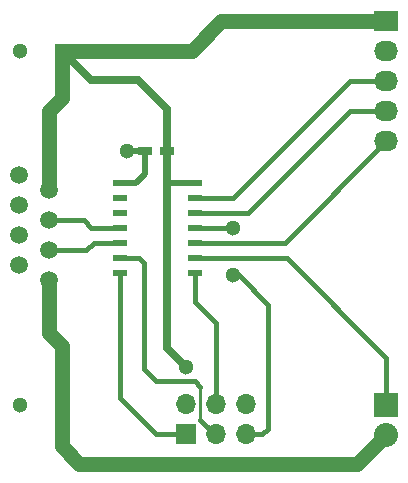
<source format=gbl>
G04 #@! TF.FileFunction,Copper,L2,Bot,Signal*
%FSLAX46Y46*%
G04 Gerber Fmt 4.6, Leading zero omitted, Abs format (unit mm)*
G04 Created by KiCad (PCBNEW 4.0.7-e2-6376~58~ubuntu17.04.1) date Mon Nov 20 18:02:35 2017*
%MOMM*%
%LPD*%
G01*
G04 APERTURE LIST*
%ADD10C,0.100000*%
%ADD11R,1.200000X0.750000*%
%ADD12C,1.300000*%
%ADD13R,1.300000X1.300000*%
%ADD14R,1.143000X0.508000*%
%ADD15C,1.500000*%
%ADD16R,2.032000X1.727200*%
%ADD17O,2.032000X1.727200*%
%ADD18R,2.032000X2.032000*%
%ADD19O,2.032000X2.032000*%
%ADD20R,1.700000X1.700000*%
%ADD21O,1.700000X1.700000*%
%ADD22C,0.508000*%
%ADD23C,0.635000*%
%ADD24C,1.270000*%
%ADD25C,0.381000*%
%ADD26C,0.254000*%
G04 APERTURE END LIST*
D10*
D11*
X126450000Y-108500000D03*
X124550000Y-108500000D03*
D12*
X114000000Y-130000000D03*
D13*
X117500000Y-130000000D03*
D12*
X114000000Y-100000000D03*
D13*
X117500000Y-100000000D03*
D14*
X128802000Y-111190000D03*
X128802000Y-112460000D03*
X128802000Y-113730000D03*
X128802000Y-115000000D03*
X128802000Y-116270000D03*
X128802000Y-117540000D03*
X128802000Y-118810000D03*
X122452000Y-118810000D03*
X122452000Y-117540000D03*
X122452000Y-115000000D03*
X122452000Y-113730000D03*
X122452000Y-112460000D03*
X122452000Y-111190000D03*
X122452000Y-116270000D03*
D15*
X116390000Y-119445000D03*
X113850000Y-118175000D03*
X116390000Y-116905000D03*
X113850000Y-115635000D03*
X116390000Y-114365000D03*
X113850000Y-113095000D03*
X116390000Y-111825000D03*
X113850000Y-110555000D03*
D16*
X145000000Y-97500000D03*
D17*
X145000000Y-100040000D03*
X145000000Y-102580000D03*
X145000000Y-105120000D03*
X145000000Y-107660000D03*
D18*
X145000000Y-130000000D03*
D19*
X145000000Y-132540000D03*
D20*
X128000000Y-132500000D03*
D21*
X128000000Y-129960000D03*
X130540000Y-132500000D03*
X130540000Y-129960000D03*
X133080000Y-132500000D03*
X133080000Y-129960000D03*
D12*
X128000000Y-126750000D03*
X123000000Y-108500000D03*
X132000000Y-115000000D03*
X132000000Y-119000000D03*
D22*
X127750000Y-111190000D02*
X126450000Y-111190000D01*
X126500000Y-111000000D02*
X126450000Y-111000000D01*
X126500000Y-111140000D02*
X126500000Y-111000000D01*
X126450000Y-111190000D02*
X126500000Y-111140000D01*
D23*
X126450000Y-108500000D02*
X126450000Y-109950000D01*
X126450000Y-111000000D02*
X126450000Y-109950000D01*
X126450000Y-125200000D02*
X126450000Y-111000000D01*
X128000000Y-126750000D02*
X126450000Y-125200000D01*
X126450000Y-108500000D02*
X126450000Y-104950000D01*
X120000000Y-102500000D02*
X117500000Y-100000000D01*
X124000000Y-102500000D02*
X120000000Y-102500000D01*
X126450000Y-104950000D02*
X124000000Y-102500000D01*
D24*
X117500000Y-100000000D02*
X128500000Y-100000000D01*
X131000000Y-97500000D02*
X145000000Y-97500000D01*
X128500000Y-100000000D02*
X131000000Y-97500000D01*
X116390000Y-111825000D02*
X116390000Y-105110000D01*
X116390000Y-105110000D02*
X117500000Y-104000000D01*
X117500000Y-104000000D02*
X117500000Y-100000000D01*
D22*
X128802000Y-111190000D02*
X127750000Y-111190000D01*
X127750000Y-111190000D02*
X127690000Y-111190000D01*
X124550000Y-108500000D02*
X123000000Y-108500000D01*
X122452000Y-111190000D02*
X123810000Y-111190000D01*
X124550000Y-110450000D02*
X124550000Y-108500000D01*
X123810000Y-111190000D02*
X124550000Y-110450000D01*
D24*
X117500000Y-130000000D02*
X117500000Y-133500000D01*
X142540000Y-135000000D02*
X145000000Y-132540000D01*
X119000000Y-135000000D02*
X142540000Y-135000000D01*
X117500000Y-133500000D02*
X119000000Y-135000000D01*
X116390000Y-119445000D02*
X116390000Y-123890000D01*
X117500000Y-125000000D02*
X117500000Y-130000000D01*
X116390000Y-123890000D02*
X117500000Y-125000000D01*
D25*
X128802000Y-112460000D02*
X132040000Y-112460000D01*
X141920000Y-102580000D02*
X145000000Y-102580000D01*
X132040000Y-112460000D02*
X141920000Y-102580000D01*
X128802000Y-113730000D02*
X133270000Y-113730000D01*
X141880000Y-105120000D02*
X145000000Y-105120000D01*
X133270000Y-113730000D02*
X141880000Y-105120000D01*
X133080000Y-132500000D02*
X134500000Y-132500000D01*
X132000000Y-115000000D02*
X128802000Y-115000000D01*
X132500000Y-119000000D02*
X132000000Y-119000000D01*
X135000000Y-121500000D02*
X132500000Y-119000000D01*
X135000000Y-132000000D02*
X135000000Y-121500000D01*
X134500000Y-132500000D02*
X135000000Y-132000000D01*
X128802000Y-116270000D02*
X136390000Y-116270000D01*
X136390000Y-116270000D02*
X145000000Y-107660000D01*
X128802000Y-117540000D02*
X136540000Y-117540000D01*
X145000000Y-126000000D02*
X145000000Y-130000000D01*
X136540000Y-117540000D02*
X145000000Y-126000000D01*
X130540000Y-129960000D02*
X130540000Y-123040000D01*
X128802000Y-121302000D02*
X128802000Y-118810000D01*
X130540000Y-123040000D02*
X128802000Y-121302000D01*
X122452000Y-118810000D02*
X122452000Y-129452000D01*
X125500000Y-132500000D02*
X128000000Y-132500000D01*
X122452000Y-129452000D02*
X125500000Y-132500000D01*
X129250000Y-128500000D02*
X128750000Y-128000000D01*
X124040000Y-117540000D02*
X124500000Y-118000000D01*
X124500000Y-118000000D02*
X124500000Y-127000000D01*
X124500000Y-127000000D02*
X125500000Y-128000000D01*
X125500000Y-128000000D02*
X128500000Y-128000000D01*
X124040000Y-117540000D02*
X122452000Y-117540000D01*
X128750000Y-128000000D02*
X128500000Y-128000000D01*
X130500000Y-132500000D02*
X129250000Y-131250000D01*
D26*
X129250000Y-128500000D02*
X129250000Y-131250000D01*
D25*
X130540000Y-132500000D02*
X130500000Y-132500000D01*
X116390000Y-114365000D02*
X119365000Y-114365000D01*
X120000000Y-115000000D02*
X122452000Y-115000000D01*
X119365000Y-114365000D02*
X120000000Y-115000000D01*
X119000000Y-116905000D02*
X119595000Y-116905000D01*
X120230000Y-116270000D02*
X122452000Y-116270000D01*
X119595000Y-116905000D02*
X120230000Y-116270000D01*
X119095000Y-116905000D02*
X119000000Y-116905000D01*
X119000000Y-116905000D02*
X116390000Y-116905000D01*
M02*

</source>
